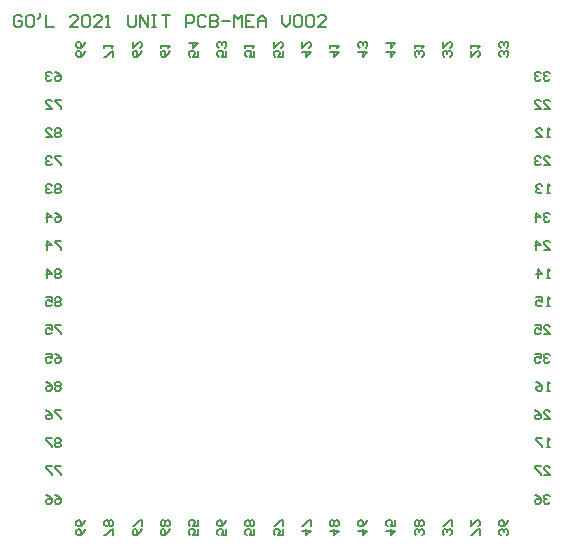
<source format=gto>
G04*
G04 #@! TF.GenerationSoftware,Altium Limited,Altium Designer,21.8.1 (53)*
G04*
G04 Layer_Color=65535*
%FSLAX25Y25*%
%MOIN*%
G70*
G04*
G04 #@! TF.SameCoordinates,1A9603C8-DC4E-418C-A41D-35C8E6E290D8*
G04*
G04*
G04 #@! TF.FilePolarity,Positive*
G04*
G01*
G75*
%ADD10C,0.00500*%
D10*
X6119Y187100D02*
X5452Y187766D01*
X4119D01*
X3453Y187100D01*
Y184434D01*
X4119Y183768D01*
X5452D01*
X6119Y184434D01*
Y185767D01*
X4786D01*
X9451Y187766D02*
X8118D01*
X7451Y187100D01*
Y184434D01*
X8118Y183768D01*
X9451D01*
X10117Y184434D01*
Y187100D01*
X9451Y187766D01*
X12117Y188433D02*
Y187100D01*
X11450Y186433D01*
X14116Y187766D02*
Y183768D01*
X16782D01*
X24779D02*
X22113D01*
X24779Y186433D01*
Y187100D01*
X24113Y187766D01*
X22780D01*
X22113Y187100D01*
X26112D02*
X26779Y187766D01*
X28111D01*
X28778Y187100D01*
Y184434D01*
X28111Y183768D01*
X26779D01*
X26112Y184434D01*
Y187100D01*
X32777Y183768D02*
X30111D01*
X32777Y186433D01*
Y187100D01*
X32110Y187766D01*
X30777D01*
X30111Y187100D01*
X34110Y183768D02*
X35442D01*
X34776D01*
Y187766D01*
X34110Y187100D01*
X41440Y187766D02*
Y184434D01*
X42107Y183768D01*
X43440D01*
X44106Y184434D01*
Y187766D01*
X45439Y183768D02*
Y187766D01*
X48105Y183768D01*
Y187766D01*
X49438D02*
X50771D01*
X50104D01*
Y183768D01*
X49438D01*
X50771D01*
X52770Y187766D02*
X55436D01*
X54103D01*
Y183768D01*
X60768D02*
Y187766D01*
X62767D01*
X63433Y187100D01*
Y185767D01*
X62767Y185101D01*
X60768D01*
X67432Y187100D02*
X66766Y187766D01*
X65433D01*
X64766Y187100D01*
Y184434D01*
X65433Y183768D01*
X66766D01*
X67432Y184434D01*
X68765Y187766D02*
Y183768D01*
X70764D01*
X71431Y184434D01*
Y185101D01*
X70764Y185767D01*
X68765D01*
X70764D01*
X71431Y186433D01*
Y187100D01*
X70764Y187766D01*
X68765D01*
X72764Y185767D02*
X75429D01*
X76762Y183768D02*
Y187766D01*
X78095Y186433D01*
X79428Y187766D01*
Y183768D01*
X83427Y187766D02*
X80761D01*
Y183768D01*
X83427D01*
X80761Y185767D02*
X82094D01*
X84760Y183768D02*
Y186433D01*
X86093Y187766D01*
X87426Y186433D01*
Y183768D01*
Y185767D01*
X84760D01*
X92757Y187766D02*
Y185101D01*
X94090Y183768D01*
X95423Y185101D01*
Y187766D01*
X96756Y187100D02*
X97422Y187766D01*
X98755D01*
X99422Y187100D01*
Y184434D01*
X98755Y183768D01*
X97422D01*
X96756Y184434D01*
Y187100D01*
X100755D02*
X101421Y187766D01*
X102754D01*
X103420Y187100D01*
Y184434D01*
X102754Y183768D01*
X101421D01*
X100755Y184434D01*
Y187100D01*
X107419Y183768D02*
X104753D01*
X107419Y186433D01*
Y187100D01*
X106753Y187766D01*
X105420D01*
X104753Y187100D01*
X181957Y168456D02*
X181457Y168956D01*
X180457D01*
X179957Y168456D01*
Y167956D01*
X180457Y167456D01*
X180957D01*
X180457D01*
X179957Y166956D01*
Y166456D01*
X180457Y165957D01*
X181457D01*
X181957Y166456D01*
X178958Y168456D02*
X178458Y168956D01*
X177458D01*
X176958Y168456D01*
Y167956D01*
X177458Y167456D01*
X177958D01*
X177458D01*
X176958Y166956D01*
Y166456D01*
X177458Y165957D01*
X178458D01*
X178958Y166456D01*
X179957Y156557D02*
X181957D01*
X179957Y158556D01*
Y159056D01*
X180457Y159556D01*
X181457D01*
X181957Y159056D01*
X176958Y156557D02*
X178958D01*
X176958Y158556D01*
Y159056D01*
X177458Y159556D01*
X178458D01*
X178958Y159056D01*
X181957Y147157D02*
X180957D01*
X181457D01*
Y150156D01*
X181957Y149656D01*
X177458Y147157D02*
X179457D01*
X177458Y149156D01*
Y149656D01*
X177958Y150156D01*
X178958D01*
X179457Y149656D01*
X179957Y137757D02*
X181957D01*
X179957Y139756D01*
Y140256D01*
X180457Y140756D01*
X181457D01*
X181957Y140256D01*
X178958D02*
X178458Y140756D01*
X177458D01*
X176958Y140256D01*
Y139756D01*
X177458Y139256D01*
X177958D01*
X177458D01*
X176958Y138756D01*
Y138257D01*
X177458Y137757D01*
X178458D01*
X178958Y138257D01*
X181957Y128357D02*
X180957D01*
X181457D01*
Y131356D01*
X181957Y130856D01*
X179457D02*
X178958Y131356D01*
X177958D01*
X177458Y130856D01*
Y130356D01*
X177958Y129856D01*
X178458D01*
X177958D01*
X177458Y129356D01*
Y128857D01*
X177958Y128357D01*
X178958D01*
X179457Y128857D01*
X181957Y121456D02*
X181457Y121956D01*
X180457D01*
X179957Y121456D01*
Y120956D01*
X180457Y120456D01*
X180957D01*
X180457D01*
X179957Y119956D01*
Y119457D01*
X180457Y118957D01*
X181457D01*
X181957Y119457D01*
X177458Y118957D02*
Y121956D01*
X178958Y120456D01*
X176958D01*
X179957Y109557D02*
X181957D01*
X179957Y111556D01*
Y112056D01*
X180457Y112556D01*
X181457D01*
X181957Y112056D01*
X177458Y109557D02*
Y112556D01*
X178958Y111056D01*
X176958D01*
X181957Y100157D02*
X180957D01*
X181457D01*
Y103156D01*
X181957Y102656D01*
X177958Y100157D02*
Y103156D01*
X179457Y101656D01*
X177458D01*
X181957Y90757D02*
X180957D01*
X181457D01*
Y93756D01*
X181957Y93256D01*
X177458Y93756D02*
X179457D01*
Y92256D01*
X178458Y92756D01*
X177958D01*
X177458Y92256D01*
Y91256D01*
X177958Y90757D01*
X178958D01*
X179457Y91256D01*
X179957Y81357D02*
X181957D01*
X179957Y83356D01*
Y83856D01*
X180457Y84356D01*
X181457D01*
X181957Y83856D01*
X176958Y84356D02*
X178958D01*
Y82856D01*
X177958Y83356D01*
X177458D01*
X176958Y82856D01*
Y81857D01*
X177458Y81357D01*
X178458D01*
X178958Y81857D01*
X181957Y74456D02*
X181457Y74956D01*
X180457D01*
X179957Y74456D01*
Y73956D01*
X180457Y73456D01*
X180957D01*
X180457D01*
X179957Y72956D01*
Y72457D01*
X180457Y71957D01*
X181457D01*
X181957Y72457D01*
X176958Y74956D02*
X178958D01*
Y73456D01*
X177958Y73956D01*
X177458D01*
X176958Y73456D01*
Y72457D01*
X177458Y71957D01*
X178458D01*
X178958Y72457D01*
X181957Y62557D02*
X180957D01*
X181457D01*
Y65556D01*
X181957Y65056D01*
X177458Y65556D02*
X178458Y65056D01*
X179457Y64056D01*
Y63056D01*
X178958Y62557D01*
X177958D01*
X177458Y63056D01*
Y63556D01*
X177958Y64056D01*
X179457D01*
X179957Y53157D02*
X181957D01*
X179957Y55156D01*
Y55656D01*
X180457Y56156D01*
X181457D01*
X181957Y55656D01*
X176958Y56156D02*
X177958Y55656D01*
X178958Y54656D01*
Y53657D01*
X178458Y53157D01*
X177458D01*
X176958Y53657D01*
Y54156D01*
X177458Y54656D01*
X178958D01*
X181957Y43757D02*
X180957D01*
X181457D01*
Y46756D01*
X181957Y46256D01*
X179457Y46756D02*
X177458D01*
Y46256D01*
X179457Y44256D01*
Y43757D01*
X179957Y34357D02*
X181957D01*
X179957Y36356D01*
Y36856D01*
X180457Y37356D01*
X181457D01*
X181957Y36856D01*
X178958Y37356D02*
X176958D01*
Y36856D01*
X178958Y34857D01*
Y34357D01*
X181957Y27456D02*
X181457Y27956D01*
X180457D01*
X179957Y27456D01*
Y26956D01*
X180457Y26456D01*
X180957D01*
X180457D01*
X179957Y25956D01*
Y25457D01*
X180457Y24957D01*
X181457D01*
X181957Y25457D01*
X176958Y27956D02*
X177958Y27456D01*
X178958Y26456D01*
Y25457D01*
X178458Y24957D01*
X177458D01*
X176958Y25457D01*
Y25956D01*
X177458Y26456D01*
X178958D01*
X16957Y168956D02*
X17957Y168456D01*
X18957Y167456D01*
Y166456D01*
X18457Y165957D01*
X17457D01*
X16957Y166456D01*
Y166956D01*
X17457Y167456D01*
X18957D01*
X15958Y168456D02*
X15458Y168956D01*
X14458D01*
X13958Y168456D01*
Y167956D01*
X14458Y167456D01*
X14958D01*
X14458D01*
X13958Y166956D01*
Y166456D01*
X14458Y165957D01*
X15458D01*
X15958Y166456D01*
X18957Y159556D02*
X16957D01*
Y159056D01*
X18957Y157056D01*
Y156557D01*
X13958D02*
X15958D01*
X13958Y158556D01*
Y159056D01*
X14458Y159556D01*
X15458D01*
X15958Y159056D01*
X18957Y149656D02*
X18457Y150156D01*
X17457D01*
X16957Y149656D01*
Y149156D01*
X17457Y148656D01*
X16957Y148156D01*
Y147657D01*
X17457Y147157D01*
X18457D01*
X18957Y147657D01*
Y148156D01*
X18457Y148656D01*
X18957Y149156D01*
Y149656D01*
X18457Y148656D02*
X17457D01*
X13958Y147157D02*
X15958D01*
X13958Y149156D01*
Y149656D01*
X14458Y150156D01*
X15458D01*
X15958Y149656D01*
X18957Y140756D02*
X16957D01*
Y140256D01*
X18957Y138257D01*
Y137757D01*
X15958Y140256D02*
X15458Y140756D01*
X14458D01*
X13958Y140256D01*
Y139756D01*
X14458Y139256D01*
X14958D01*
X14458D01*
X13958Y138756D01*
Y138257D01*
X14458Y137757D01*
X15458D01*
X15958Y138257D01*
X18957Y130856D02*
X18457Y131356D01*
X17457D01*
X16957Y130856D01*
Y130356D01*
X17457Y129856D01*
X16957Y129356D01*
Y128857D01*
X17457Y128357D01*
X18457D01*
X18957Y128857D01*
Y129356D01*
X18457Y129856D01*
X18957Y130356D01*
Y130856D01*
X18457Y129856D02*
X17457D01*
X15958Y130856D02*
X15458Y131356D01*
X14458D01*
X13958Y130856D01*
Y130356D01*
X14458Y129856D01*
X14958D01*
X14458D01*
X13958Y129356D01*
Y128857D01*
X14458Y128357D01*
X15458D01*
X15958Y128857D01*
X16957Y121956D02*
X17957Y121456D01*
X18957Y120456D01*
Y119457D01*
X18457Y118957D01*
X17457D01*
X16957Y119457D01*
Y119956D01*
X17457Y120456D01*
X18957D01*
X14458Y118957D02*
Y121956D01*
X15958Y120456D01*
X13958D01*
X18957Y112556D02*
X16957D01*
Y112056D01*
X18957Y110056D01*
Y109557D01*
X14458D02*
Y112556D01*
X15958Y111056D01*
X13958D01*
X18957Y102656D02*
X18457Y103156D01*
X17457D01*
X16957Y102656D01*
Y102156D01*
X17457Y101656D01*
X16957Y101156D01*
Y100656D01*
X17457Y100157D01*
X18457D01*
X18957Y100656D01*
Y101156D01*
X18457Y101656D01*
X18957Y102156D01*
Y102656D01*
X18457Y101656D02*
X17457D01*
X14458Y100157D02*
Y103156D01*
X15958Y101656D01*
X13958D01*
X18957Y93256D02*
X18457Y93756D01*
X17457D01*
X16957Y93256D01*
Y92756D01*
X17457Y92256D01*
X16957Y91756D01*
Y91256D01*
X17457Y90757D01*
X18457D01*
X18957Y91256D01*
Y91756D01*
X18457Y92256D01*
X18957Y92756D01*
Y93256D01*
X18457Y92256D02*
X17457D01*
X13958Y93756D02*
X15958D01*
Y92256D01*
X14958Y92756D01*
X14458D01*
X13958Y92256D01*
Y91256D01*
X14458Y90757D01*
X15458D01*
X15958Y91256D01*
X18957Y84356D02*
X16957D01*
Y83856D01*
X18957Y81857D01*
Y81357D01*
X13958Y84356D02*
X15958D01*
Y82856D01*
X14958Y83356D01*
X14458D01*
X13958Y82856D01*
Y81857D01*
X14458Y81357D01*
X15458D01*
X15958Y81857D01*
X16957Y74956D02*
X17957Y74456D01*
X18957Y73456D01*
Y72457D01*
X18457Y71957D01*
X17457D01*
X16957Y72457D01*
Y72956D01*
X17457Y73456D01*
X18957D01*
X13958Y74956D02*
X15958D01*
Y73456D01*
X14958Y73956D01*
X14458D01*
X13958Y73456D01*
Y72457D01*
X14458Y71957D01*
X15458D01*
X15958Y72457D01*
X18957Y65056D02*
X18457Y65556D01*
X17457D01*
X16957Y65056D01*
Y64556D01*
X17457Y64056D01*
X16957Y63556D01*
Y63056D01*
X17457Y62557D01*
X18457D01*
X18957Y63056D01*
Y63556D01*
X18457Y64056D01*
X18957Y64556D01*
Y65056D01*
X18457Y64056D02*
X17457D01*
X13958Y65556D02*
X14958Y65056D01*
X15958Y64056D01*
Y63056D01*
X15458Y62557D01*
X14458D01*
X13958Y63056D01*
Y63556D01*
X14458Y64056D01*
X15958D01*
X18957Y56156D02*
X16957D01*
Y55656D01*
X18957Y53657D01*
Y53157D01*
X13958Y56156D02*
X14958Y55656D01*
X15958Y54656D01*
Y53657D01*
X15458Y53157D01*
X14458D01*
X13958Y53657D01*
Y54156D01*
X14458Y54656D01*
X15958D01*
X18957Y46256D02*
X18457Y46756D01*
X17457D01*
X16957Y46256D01*
Y45756D01*
X17457Y45256D01*
X16957Y44756D01*
Y44256D01*
X17457Y43757D01*
X18457D01*
X18957Y44256D01*
Y44756D01*
X18457Y45256D01*
X18957Y45756D01*
Y46256D01*
X18457Y45256D02*
X17457D01*
X15958Y46756D02*
X13958D01*
Y46256D01*
X15958Y44256D01*
Y43757D01*
X18957Y37356D02*
X16957D01*
Y36856D01*
X18957Y34857D01*
Y34357D01*
X15958Y37356D02*
X13958D01*
Y36856D01*
X15958Y34857D01*
Y34357D01*
X16957Y27956D02*
X17957Y27456D01*
X18957Y26456D01*
Y25457D01*
X18457Y24957D01*
X17457D01*
X16957Y25457D01*
Y25956D01*
X17457Y26456D01*
X18957D01*
X13958Y27956D02*
X14958Y27456D01*
X15958Y26456D01*
Y25457D01*
X15458Y24957D01*
X14458D01*
X13958Y25457D01*
Y25956D01*
X14458Y26456D01*
X15958D01*
X167605Y14441D02*
X168105Y14941D01*
Y15941D01*
X167605Y16441D01*
X167106D01*
X166606Y15941D01*
Y15441D01*
Y15941D01*
X166106Y16441D01*
X165606D01*
X165106Y15941D01*
Y14941D01*
X165606Y14441D01*
X168105Y19440D02*
X167605Y18440D01*
X166606Y17440D01*
X165606D01*
X165106Y17940D01*
Y18940D01*
X165606Y19440D01*
X166106D01*
X166606Y18940D01*
Y17440D01*
X158705Y14441D02*
Y16441D01*
X158205D01*
X156206Y14441D01*
X155706D01*
Y19440D02*
Y17440D01*
X157706Y19440D01*
X158205D01*
X158705Y18940D01*
Y17940D01*
X158205Y17440D01*
X148805Y14441D02*
X149305Y14941D01*
Y15941D01*
X148805Y16441D01*
X148306D01*
X147806Y15941D01*
Y15441D01*
Y15941D01*
X147306Y16441D01*
X146806D01*
X146306Y15941D01*
Y14941D01*
X146806Y14441D01*
X149305Y17440D02*
Y19440D01*
X148805D01*
X146806Y17440D01*
X146306D01*
X139406Y14441D02*
X139905Y14941D01*
Y15941D01*
X139406Y16441D01*
X138906D01*
X138406Y15941D01*
Y15441D01*
Y15941D01*
X137906Y16441D01*
X137406D01*
X136906Y15941D01*
Y14941D01*
X137406Y14441D01*
X139406Y17440D02*
X139905Y17940D01*
Y18940D01*
X139406Y19440D01*
X138906D01*
X138406Y18940D01*
X137906Y19440D01*
X137406D01*
X136906Y18940D01*
Y17940D01*
X137406Y17440D01*
X137906D01*
X138406Y17940D01*
X138906Y17440D01*
X139406D01*
X138406Y17940D02*
Y18940D01*
X127506Y15941D02*
X130505D01*
X129006Y14441D01*
Y16441D01*
X130505Y19440D02*
Y17440D01*
X129006D01*
X129506Y18440D01*
Y18940D01*
X129006Y19440D01*
X128006D01*
X127506Y18940D01*
Y17940D01*
X128006Y17440D01*
X118106Y15941D02*
X121105D01*
X119606Y14441D01*
Y16441D01*
X121105Y19440D02*
X120606Y18440D01*
X119606Y17440D01*
X118606D01*
X118106Y17940D01*
Y18940D01*
X118606Y19440D01*
X119106D01*
X119606Y18940D01*
Y17440D01*
X108706Y15941D02*
X111705D01*
X110206Y14441D01*
Y16441D01*
X111205Y17440D02*
X111705Y17940D01*
Y18940D01*
X111205Y19440D01*
X110706D01*
X110206Y18940D01*
X109706Y19440D01*
X109206D01*
X108706Y18940D01*
Y17940D01*
X109206Y17440D01*
X109706D01*
X110206Y17940D01*
X110706Y17440D01*
X111205D01*
X110206Y17940D02*
Y18940D01*
X99306Y15941D02*
X102305D01*
X100806Y14441D01*
Y16441D01*
X102305Y17440D02*
Y19440D01*
X101806D01*
X99806Y17440D01*
X99306D01*
X92906Y16441D02*
Y14442D01*
X91406D01*
X91906Y15441D01*
Y15941D01*
X91406Y16441D01*
X90407D01*
X89907Y15941D01*
Y14942D01*
X90407Y14442D01*
X92906Y17441D02*
Y19440D01*
X92406D01*
X90407Y17441D01*
X89907D01*
X83506Y16441D02*
Y14442D01*
X82006D01*
X82506Y15441D01*
Y15941D01*
X82006Y16441D01*
X81007D01*
X80507Y15941D01*
Y14942D01*
X81007Y14442D01*
X83006Y17441D02*
X83506Y17941D01*
Y18940D01*
X83006Y19440D01*
X82506D01*
X82006Y18940D01*
X81506Y19440D01*
X81007D01*
X80507Y18940D01*
Y17941D01*
X81007Y17441D01*
X81506D01*
X82006Y17941D01*
X82506Y17441D01*
X83006D01*
X82006Y17941D02*
Y18940D01*
X74106Y16441D02*
Y14442D01*
X72606D01*
X73106Y15441D01*
Y15941D01*
X72606Y16441D01*
X71607D01*
X71107Y15941D01*
Y14942D01*
X71607Y14442D01*
X74106Y19440D02*
X73606Y18440D01*
X72606Y17441D01*
X71607D01*
X71107Y17941D01*
Y18940D01*
X71607Y19440D01*
X72106D01*
X72606Y18940D01*
Y17441D01*
X64706Y16441D02*
Y14442D01*
X63206D01*
X63706Y15441D01*
Y15941D01*
X63206Y16441D01*
X62207D01*
X61707Y15941D01*
Y14942D01*
X62207Y14442D01*
X64706Y19440D02*
Y17441D01*
X63206D01*
X63706Y18440D01*
Y18940D01*
X63206Y19440D01*
X62207D01*
X61707Y18940D01*
Y17941D01*
X62207Y17441D01*
X55306Y16441D02*
X54806Y15441D01*
X53806Y14442D01*
X52807D01*
X52307Y14942D01*
Y15941D01*
X52807Y16441D01*
X53306D01*
X53806Y15941D01*
Y14442D01*
X54806Y17441D02*
X55306Y17941D01*
Y18940D01*
X54806Y19440D01*
X54306D01*
X53806Y18940D01*
X53306Y19440D01*
X52807D01*
X52307Y18940D01*
Y17941D01*
X52807Y17441D01*
X53306D01*
X53806Y17941D01*
X54306Y17441D01*
X54806D01*
X53806Y17941D02*
Y18940D01*
X45906Y16441D02*
X45406Y15441D01*
X44406Y14442D01*
X43407D01*
X42907Y14942D01*
Y15941D01*
X43407Y16441D01*
X43906D01*
X44406Y15941D01*
Y14442D01*
X45906Y17441D02*
Y19440D01*
X45406D01*
X43407Y17441D01*
X42907D01*
X36506Y14442D02*
Y16441D01*
X36006D01*
X34007Y14442D01*
X33507D01*
X36006Y17441D02*
X36506Y17941D01*
Y18940D01*
X36006Y19440D01*
X35506D01*
X35006Y18940D01*
X34506Y19440D01*
X34007D01*
X33507Y18940D01*
Y17941D01*
X34007Y17441D01*
X34506D01*
X35006Y17941D01*
X35506Y17441D01*
X36006D01*
X35006Y17941D02*
Y18940D01*
X27106Y16441D02*
X26606Y15441D01*
X25606Y14442D01*
X24607D01*
X24107Y14942D01*
Y15941D01*
X24607Y16441D01*
X25106D01*
X25606Y15941D01*
Y14442D01*
X27106Y19440D02*
X26606Y18440D01*
X25606Y17441D01*
X24607D01*
X24107Y17941D01*
Y18940D01*
X24607Y19440D01*
X25106D01*
X25606Y18940D01*
Y17441D01*
X167606Y173941D02*
X168106Y174441D01*
Y175441D01*
X167606Y175941D01*
X167106D01*
X166607Y175441D01*
Y174941D01*
Y175441D01*
X166107Y175941D01*
X165607D01*
X165107Y175441D01*
Y174441D01*
X165607Y173941D01*
X167606Y176940D02*
X168106Y177440D01*
Y178440D01*
X167606Y178940D01*
X167106D01*
X166607Y178440D01*
Y177940D01*
Y178440D01*
X166107Y178940D01*
X165607D01*
X165107Y178440D01*
Y177440D01*
X165607Y176940D01*
X155707Y175940D02*
Y173941D01*
X157706Y175940D01*
X158206D01*
X158706Y175441D01*
Y174441D01*
X158206Y173941D01*
X155707Y176940D02*
Y177940D01*
Y177440D01*
X158706D01*
X158206Y176940D01*
X148806Y173941D02*
X149306Y174441D01*
Y175441D01*
X148806Y175941D01*
X148306D01*
X147807Y175441D01*
Y174941D01*
Y175441D01*
X147307Y175941D01*
X146807D01*
X146307Y175441D01*
Y174441D01*
X146807Y173941D01*
X146307Y178940D02*
Y176940D01*
X148306Y178940D01*
X148806D01*
X149306Y178440D01*
Y177440D01*
X148806Y176940D01*
X139406Y173941D02*
X139906Y174441D01*
Y175441D01*
X139406Y175940D01*
X138906D01*
X138406Y175441D01*
Y174941D01*
Y175441D01*
X137906Y175940D01*
X137407D01*
X136907Y175441D01*
Y174441D01*
X137407Y173941D01*
X136907Y176940D02*
Y177940D01*
Y177440D01*
X139906D01*
X139406Y176940D01*
X127507Y175441D02*
X130506D01*
X129007Y173941D01*
Y175941D01*
X127507Y178440D02*
X130506D01*
X129007Y176940D01*
Y178940D01*
X118107Y175441D02*
X121106D01*
X119607Y173941D01*
Y175941D01*
X120606Y176940D02*
X121106Y177440D01*
Y178440D01*
X120606Y178940D01*
X120106D01*
X119607Y178440D01*
Y177940D01*
Y178440D01*
X119107Y178940D01*
X118607D01*
X118107Y178440D01*
Y177440D01*
X118607Y176940D01*
X108707Y175441D02*
X111706D01*
X110206Y173941D01*
Y175940D01*
X108707Y176940D02*
Y177940D01*
Y177440D01*
X111706D01*
X111206Y176940D01*
X99307Y175441D02*
X102306D01*
X100807Y173941D01*
Y175941D01*
X99307Y178940D02*
Y176940D01*
X101306Y178940D01*
X101806D01*
X102306Y178440D01*
Y177440D01*
X101806Y176940D01*
X92906Y175941D02*
Y173941D01*
X91407D01*
X91906Y174941D01*
Y175441D01*
X91407Y175941D01*
X90407D01*
X89907Y175441D01*
Y174441D01*
X90407Y173941D01*
X89907Y178940D02*
Y176940D01*
X91906Y178940D01*
X92406D01*
X92906Y178440D01*
Y177440D01*
X92406Y176940D01*
X83506Y175941D02*
Y173941D01*
X82007D01*
X82506Y174941D01*
Y175441D01*
X82007Y175941D01*
X81007D01*
X80507Y175441D01*
Y174441D01*
X81007Y173941D01*
X80507Y176940D02*
Y177940D01*
Y177440D01*
X83506D01*
X83006Y176940D01*
X74106Y175941D02*
Y173941D01*
X72607D01*
X73106Y174941D01*
Y175441D01*
X72607Y175941D01*
X71607D01*
X71107Y175441D01*
Y174441D01*
X71607Y173941D01*
X73606Y176940D02*
X74106Y177440D01*
Y178440D01*
X73606Y178940D01*
X73106D01*
X72607Y178440D01*
Y177940D01*
Y178440D01*
X72107Y178940D01*
X71607D01*
X71107Y178440D01*
Y177440D01*
X71607Y176940D01*
X64706Y175941D02*
Y173941D01*
X63207D01*
X63706Y174941D01*
Y175441D01*
X63207Y175941D01*
X62207D01*
X61707Y175441D01*
Y174441D01*
X62207Y173941D01*
X61707Y178440D02*
X64706D01*
X63207Y176940D01*
Y178940D01*
X55306Y175941D02*
X54806Y174941D01*
X53807Y173941D01*
X52807D01*
X52307Y174441D01*
Y175441D01*
X52807Y175941D01*
X53307D01*
X53807Y175441D01*
Y173941D01*
X52307Y176940D02*
Y177940D01*
Y177440D01*
X55306D01*
X54806Y176940D01*
X45906Y175941D02*
X45406Y174941D01*
X44407Y173941D01*
X43407D01*
X42907Y174441D01*
Y175441D01*
X43407Y175941D01*
X43907D01*
X44407Y175441D01*
Y173941D01*
X42907Y178940D02*
Y176940D01*
X44906Y178940D01*
X45406D01*
X45906Y178440D01*
Y177440D01*
X45406Y176940D01*
X36506Y173941D02*
Y175941D01*
X36006D01*
X34007Y173941D01*
X33507D01*
Y176940D02*
Y177940D01*
Y177440D01*
X36506D01*
X36006Y176940D01*
X27106Y175941D02*
X26606Y174941D01*
X25607Y173941D01*
X24607D01*
X24107Y174441D01*
Y175441D01*
X24607Y175941D01*
X25107D01*
X25607Y175441D01*
Y173941D01*
X27106Y178940D02*
X26606Y177940D01*
X25607Y176940D01*
X24607D01*
X24107Y177440D01*
Y178440D01*
X24607Y178940D01*
X25107D01*
X25607Y178440D01*
Y176940D01*
M02*

</source>
